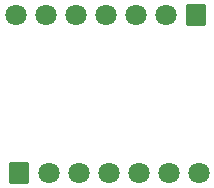
<source format=gbs>
G04 Layer: BottomSolderMaskLayer*
G04 EasyEDA v6.5.40, 2024-02-10 14:23:07*
G04 920af416a4634d2f84d90c69535d52c0,a04e6fd86ffa40b896be462553146460,10*
G04 Gerber Generator version 0.2*
G04 Scale: 100 percent, Rotated: No, Reflected: No *
G04 Dimensions in millimeters *
G04 leading zeros omitted , absolute positions ,4 integer and 5 decimal *
%FSLAX45Y45*%
%MOMM*%

%AMMACRO1*1,1,$1,$2,$3*1,1,$1,$4,$5*1,1,$1,0-$2,0-$3*1,1,$1,0-$4,0-$5*20,1,$1,$2,$3,$4,$5,0*20,1,$1,$4,$5,0-$2,0-$3,0*20,1,$1,0-$2,0-$3,0-$4,0-$5,0*20,1,$1,0-$4,0-$5,$2,$3,0*4,1,4,$2,$3,$4,$5,0-$2,0-$3,0-$4,0-$5,$2,$3,0*%
%ADD10C,1.8016*%
%ADD11MACRO1,0.1016X-0.7874X0.85X0.7874X0.85*%
%ADD12MACRO1,0.1016X0.7874X-0.85X-0.7874X-0.85*%

%LPD*%
D10*
G01*
X1841500Y254000D03*
G01*
X1587500Y254000D03*
G01*
X1333500Y254000D03*
G01*
X1079500Y254000D03*
G01*
X825500Y254000D03*
G01*
X571500Y254000D03*
D11*
G01*
X317500Y254000D03*
D10*
G01*
X292100Y1587500D03*
G01*
X546100Y1587500D03*
G01*
X800100Y1587500D03*
G01*
X1054100Y1587500D03*
G01*
X1308100Y1587500D03*
G01*
X1562100Y1587500D03*
D12*
G01*
X1816100Y1587500D03*
M02*

</source>
